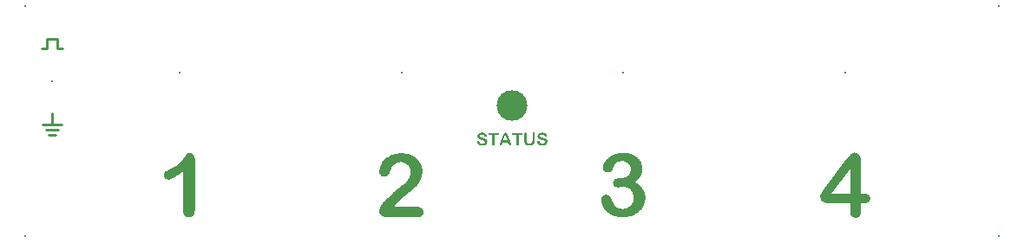
<source format=gts>
G04*
G04 #@! TF.GenerationSoftware,Altium Limited,Altium Designer,22.4.2 (48)*
G04*
G04 Layer_Color=8388736*
%FSLAX25Y25*%
%MOIN*%
G70*
G04*
G04 #@! TF.SameCoordinates,407642F0-E37F-43E1-BC9E-C6ACD67937A9*
G04*
G04*
G04 #@! TF.FilePolarity,Negative*
G04*
G01*
G75*
%ADD10C,0.11811*%
%ADD11C,0.01000*%
%ADD12C,0.00800*%
G36*
X79249Y47859D02*
X79440Y47804D01*
X79686Y47722D01*
X79905Y47586D01*
X80124Y47422D01*
X80342Y47203D01*
X80370Y47176D01*
X80424Y47066D01*
X80506Y46929D01*
X80616Y46711D01*
X80725Y46437D01*
X80807Y46109D01*
X80862Y45754D01*
X80889Y45316D01*
Y26315D01*
Y26288D01*
Y26179D01*
X80862Y26014D01*
Y25796D01*
X80807Y25550D01*
X80780Y25249D01*
X80616Y24647D01*
X80479Y24347D01*
X80342Y24046D01*
X80151Y23745D01*
X79932Y23499D01*
X79659Y23280D01*
X79358Y23116D01*
X79003Y23007D01*
X78592Y22980D01*
X78428D01*
X78237Y23007D01*
X78018Y23062D01*
X77745Y23144D01*
X77499Y23253D01*
X77226Y23417D01*
X76979Y23636D01*
X76952Y23663D01*
X76897Y23773D01*
X76788Y23937D01*
X76679Y24155D01*
X76569Y24429D01*
X76460Y24784D01*
X76405Y25194D01*
X76378Y25659D01*
Y40778D01*
X76323Y40751D01*
X76187Y40641D01*
X75968Y40477D01*
X75694Y40286D01*
X75339Y40040D01*
X74956Y39766D01*
X74546Y39466D01*
X74081Y39165D01*
X73124Y38563D01*
X72660Y38290D01*
X72195Y38044D01*
X71758Y37853D01*
X71347Y37689D01*
X70992Y37579D01*
X70691Y37552D01*
X70582D01*
X70445Y37579D01*
X70281Y37634D01*
X70062Y37689D01*
X69871Y37771D01*
X69652Y37907D01*
X69434Y38099D01*
X69406Y38126D01*
X69352Y38208D01*
X69270Y38317D01*
X69187Y38454D01*
X69078Y38645D01*
X68996Y38864D01*
X68941Y39110D01*
X68914Y39384D01*
Y39411D01*
Y39520D01*
X68941Y39684D01*
X68969Y39849D01*
X69051Y40067D01*
X69133Y40259D01*
X69270Y40450D01*
X69434Y40614D01*
X69461Y40641D01*
X69543Y40696D01*
X69680Y40778D01*
X69871Y40887D01*
X70144Y41051D01*
X70473Y41216D01*
X70855Y41434D01*
X71320Y41653D01*
X71347D01*
X71402Y41708D01*
X71511Y41762D01*
X71648Y41817D01*
X71812Y41899D01*
X72004Y42008D01*
X72468Y42254D01*
X72988Y42555D01*
X73507Y42911D01*
X74027Y43266D01*
X74519Y43649D01*
X74546D01*
X74573Y43703D01*
X74710Y43840D01*
X74956Y44059D01*
X75230Y44332D01*
X75558Y44660D01*
X75941Y45070D01*
X76296Y45508D01*
X76651Y45973D01*
Y46000D01*
X76706Y46027D01*
X76815Y46191D01*
X76952Y46410D01*
X77143Y46656D01*
X77362Y46957D01*
X77553Y47203D01*
X77718Y47422D01*
X77854Y47586D01*
X77882Y47613D01*
X77909Y47640D01*
X77991Y47695D01*
X78100Y47750D01*
X78264Y47804D01*
X78456Y47832D01*
X78675Y47886D01*
X79085D01*
X79249Y47859D01*
D02*
G37*
G36*
X214394Y55659D02*
X214438D01*
X214487Y55653D01*
X214547Y55648D01*
X214667Y55637D01*
X214798Y55615D01*
X214929Y55588D01*
X215055Y55549D01*
X215060D01*
X215071Y55544D01*
X215087Y55538D01*
X215109Y55527D01*
X215169Y55506D01*
X215246Y55473D01*
X215333Y55429D01*
X215420Y55380D01*
X215513Y55320D01*
X215595Y55254D01*
X215606Y55243D01*
X215633Y55222D01*
X215671Y55184D01*
X215715Y55134D01*
X215770Y55080D01*
X215819Y55014D01*
X215868Y54943D01*
X215912Y54867D01*
X215917Y54856D01*
X215928Y54834D01*
X215945Y54790D01*
X215966Y54741D01*
X215983Y54681D01*
X215999Y54616D01*
X216010Y54545D01*
X216016Y54474D01*
Y54468D01*
Y54446D01*
X216010Y54414D01*
X215999Y54370D01*
X215983Y54321D01*
X215961Y54266D01*
X215934Y54212D01*
X215890Y54157D01*
X215884Y54151D01*
X215868Y54135D01*
X215841Y54113D01*
X215803Y54086D01*
X215759Y54059D01*
X215704Y54037D01*
X215644Y54021D01*
X215579Y54015D01*
X215551D01*
X215519Y54021D01*
X215486Y54026D01*
X215442Y54037D01*
X215399Y54048D01*
X215360Y54070D01*
X215322Y54097D01*
X215317Y54102D01*
X215306Y54113D01*
X215289Y54135D01*
X215267Y54168D01*
X215235Y54206D01*
X215207Y54255D01*
X215169Y54310D01*
X215131Y54381D01*
Y54386D01*
X215125Y54392D01*
X215109Y54425D01*
X215082Y54474D01*
X215044Y54539D01*
X214995Y54605D01*
X214940Y54676D01*
X214880Y54747D01*
X214814Y54807D01*
X214803Y54812D01*
X214782Y54834D01*
X214732Y54856D01*
X214672Y54889D01*
X214585Y54916D01*
X214481Y54943D01*
X214361Y54960D01*
X214214Y54965D01*
X214148D01*
X214115Y54960D01*
X214083Y54954D01*
X213995Y54943D01*
X213897Y54921D01*
X213793Y54894D01*
X213690Y54850D01*
X213597Y54796D01*
X213586Y54790D01*
X213559Y54769D01*
X213526Y54730D01*
X213482Y54681D01*
X213438Y54621D01*
X213406Y54556D01*
X213378Y54479D01*
X213367Y54392D01*
Y54386D01*
Y54370D01*
X213373Y54337D01*
X213378Y54304D01*
X213400Y54223D01*
X213417Y54179D01*
X213444Y54135D01*
X213449Y54130D01*
X213460Y54119D01*
X213477Y54097D01*
X213504Y54075D01*
X213531Y54048D01*
X213569Y54015D01*
X213613Y53982D01*
X213662Y53955D01*
X213668Y53949D01*
X213690Y53944D01*
X213717Y53928D01*
X213750Y53911D01*
X213793Y53895D01*
X213842Y53873D01*
X213946Y53835D01*
X213952D01*
X213973Y53829D01*
X214006Y53819D01*
X214061Y53802D01*
X214121Y53786D01*
X214203Y53764D01*
X214301Y53737D01*
X214416Y53709D01*
X214421D01*
X214432Y53704D01*
X214454Y53698D01*
X214487Y53693D01*
X214525Y53682D01*
X214563Y53671D01*
X214667Y53649D01*
X214782Y53616D01*
X214907Y53578D01*
X215038Y53540D01*
X215164Y53496D01*
X215169D01*
X215180Y53491D01*
X215196Y53485D01*
X215218Y53474D01*
X215284Y53453D01*
X215360Y53420D01*
X215448Y53376D01*
X215541Y53327D01*
X215639Y53272D01*
X215726Y53212D01*
X215732D01*
X215737Y53207D01*
X215764Y53185D01*
X215808Y53147D01*
X215863Y53098D01*
X215917Y53038D01*
X215977Y52967D01*
X216037Y52885D01*
X216092Y52792D01*
Y52786D01*
X216097Y52781D01*
X216103Y52765D01*
X216114Y52748D01*
X216136Y52694D01*
X216163Y52623D01*
X216185Y52530D01*
X216207Y52426D01*
X216223Y52306D01*
X216229Y52175D01*
Y52170D01*
Y52153D01*
Y52131D01*
X216223Y52099D01*
Y52060D01*
X216217Y52017D01*
X216212Y51968D01*
X216201Y51907D01*
X216174Y51787D01*
X216130Y51651D01*
X216076Y51514D01*
X215999Y51378D01*
Y51372D01*
X215988Y51362D01*
X215977Y51345D01*
X215955Y51318D01*
X215906Y51258D01*
X215830Y51181D01*
X215737Y51089D01*
X215622Y51001D01*
X215486Y50914D01*
X215333Y50832D01*
X215328D01*
X215311Y50821D01*
X215289Y50815D01*
X215257Y50799D01*
X215213Y50788D01*
X215164Y50772D01*
X215104Y50750D01*
X215038Y50734D01*
X214967Y50717D01*
X214885Y50695D01*
X214803Y50679D01*
X214711Y50668D01*
X214514Y50646D01*
X214296Y50635D01*
X214225D01*
X214176Y50641D01*
X214115Y50646D01*
X214044Y50652D01*
X213963Y50657D01*
X213875Y50668D01*
X213782Y50684D01*
X213690Y50701D01*
X213488Y50750D01*
X213389Y50777D01*
X213291Y50815D01*
X213198Y50854D01*
X213105Y50903D01*
X213100D01*
X213089Y50914D01*
X213073Y50925D01*
X213051Y50941D01*
X212991Y50985D01*
X212914Y51045D01*
X212827Y51116D01*
X212739Y51209D01*
X212647Y51312D01*
X212565Y51427D01*
Y51432D01*
X212554Y51443D01*
X212548Y51460D01*
X212532Y51482D01*
X212516Y51514D01*
X212499Y51547D01*
X212461Y51629D01*
X212423Y51727D01*
X212390Y51831D01*
X212368Y51946D01*
X212357Y52060D01*
Y52066D01*
Y52093D01*
X212363Y52126D01*
X212374Y52164D01*
X212390Y52213D01*
X212412Y52268D01*
X212439Y52317D01*
X212483Y52366D01*
X212488Y52372D01*
X212505Y52388D01*
X212532Y52410D01*
X212570Y52432D01*
X212614Y52454D01*
X212668Y52475D01*
X212729Y52492D01*
X212800Y52497D01*
X212827D01*
X212854Y52492D01*
X212892Y52486D01*
X212931Y52470D01*
X212980Y52454D01*
X213023Y52426D01*
X213062Y52393D01*
X213067Y52388D01*
X213078Y52377D01*
X213100Y52350D01*
X213127Y52322D01*
X213155Y52279D01*
X213187Y52230D01*
X213220Y52170D01*
X213247Y52099D01*
X213253Y52088D01*
X213264Y52060D01*
X213280Y52017D01*
X213307Y51962D01*
X213340Y51902D01*
X213373Y51837D01*
X213411Y51771D01*
X213449Y51711D01*
X213455Y51705D01*
X213471Y51684D01*
X213493Y51656D01*
X213531Y51623D01*
X213569Y51580D01*
X213624Y51536D01*
X213684Y51498D01*
X213755Y51454D01*
X213766Y51449D01*
X213793Y51438D01*
X213831Y51421D01*
X213892Y51405D01*
X213968Y51389D01*
X214055Y51372D01*
X214154Y51362D01*
X214268Y51356D01*
X214312D01*
X214339Y51362D01*
X214377D01*
X214421Y51367D01*
X214520Y51383D01*
X214634Y51405D01*
X214754Y51443D01*
X214869Y51493D01*
X214978Y51558D01*
X214984D01*
X214989Y51569D01*
X215022Y51596D01*
X215066Y51640D01*
X215120Y51700D01*
X215169Y51771D01*
X215213Y51858D01*
X215246Y51957D01*
X215251Y52011D01*
X215257Y52066D01*
Y52071D01*
Y52077D01*
Y52104D01*
X215251Y52153D01*
X215240Y52208D01*
X215218Y52268D01*
X215191Y52333D01*
X215153Y52399D01*
X215104Y52459D01*
X215098Y52464D01*
X215076Y52486D01*
X215044Y52513D01*
X215000Y52546D01*
X214945Y52584D01*
X214880Y52623D01*
X214803Y52656D01*
X214721Y52688D01*
X214711Y52694D01*
X214678Y52705D01*
X214629Y52721D01*
X214558Y52743D01*
X214470Y52765D01*
X214361Y52797D01*
X214241Y52830D01*
X214099Y52863D01*
X214094D01*
X214077Y52868D01*
X214050Y52874D01*
X214012Y52885D01*
X213968Y52896D01*
X213913Y52912D01*
X213859Y52923D01*
X213793Y52945D01*
X213657Y52983D01*
X213509Y53032D01*
X213362Y53087D01*
X213220Y53147D01*
X213214D01*
X213204Y53152D01*
X213187Y53163D01*
X213160Y53180D01*
X213094Y53212D01*
X213018Y53267D01*
X212925Y53327D01*
X212832Y53404D01*
X212739Y53496D01*
X212658Y53595D01*
Y53600D01*
X212647Y53606D01*
X212641Y53622D01*
X212625Y53644D01*
X212609Y53671D01*
X212592Y53709D01*
X212559Y53791D01*
X212521Y53889D01*
X212488Y54010D01*
X212467Y54146D01*
X212456Y54299D01*
Y54304D01*
Y54315D01*
Y54337D01*
X212461Y54365D01*
Y54403D01*
X212467Y54441D01*
X212483Y54539D01*
X212510Y54654D01*
X212548Y54774D01*
X212603Y54894D01*
X212674Y55014D01*
Y55020D01*
X212685Y55031D01*
X212696Y55041D01*
X212712Y55063D01*
X212767Y55123D01*
X212838Y55189D01*
X212925Y55271D01*
X213034Y55347D01*
X213160Y55424D01*
X213307Y55495D01*
X213313D01*
X213324Y55500D01*
X213351Y55511D01*
X213384Y55522D01*
X213422Y55533D01*
X213466Y55549D01*
X213520Y55566D01*
X213586Y55582D01*
X213651Y55593D01*
X213728Y55609D01*
X213810Y55626D01*
X213892Y55637D01*
X214077Y55659D01*
X214279Y55664D01*
X214356D01*
X214394Y55659D01*
D02*
G37*
G36*
X191320D02*
X191364D01*
X191413Y55653D01*
X191473Y55648D01*
X191593Y55637D01*
X191724Y55615D01*
X191855Y55588D01*
X191981Y55549D01*
X191986D01*
X191997Y55544D01*
X192013Y55538D01*
X192035Y55527D01*
X192095Y55506D01*
X192172Y55473D01*
X192259Y55429D01*
X192346Y55380D01*
X192439Y55320D01*
X192521Y55254D01*
X192532Y55243D01*
X192559Y55222D01*
X192598Y55184D01*
X192641Y55134D01*
X192696Y55080D01*
X192745Y55014D01*
X192794Y54943D01*
X192838Y54867D01*
X192843Y54856D01*
X192854Y54834D01*
X192871Y54790D01*
X192892Y54741D01*
X192909Y54681D01*
X192925Y54616D01*
X192936Y54545D01*
X192942Y54474D01*
Y54468D01*
Y54446D01*
X192936Y54414D01*
X192925Y54370D01*
X192909Y54321D01*
X192887Y54266D01*
X192860Y54212D01*
X192816Y54157D01*
X192810Y54151D01*
X192794Y54135D01*
X192767Y54113D01*
X192729Y54086D01*
X192685Y54059D01*
X192630Y54037D01*
X192570Y54021D01*
X192505Y54015D01*
X192477D01*
X192445Y54021D01*
X192412Y54026D01*
X192368Y54037D01*
X192325Y54048D01*
X192286Y54070D01*
X192248Y54097D01*
X192243Y54102D01*
X192232Y54113D01*
X192215Y54135D01*
X192193Y54168D01*
X192161Y54206D01*
X192133Y54255D01*
X192095Y54310D01*
X192057Y54381D01*
Y54386D01*
X192052Y54392D01*
X192035Y54425D01*
X192008Y54474D01*
X191970Y54539D01*
X191920Y54605D01*
X191866Y54676D01*
X191806Y54747D01*
X191740Y54807D01*
X191729Y54812D01*
X191708Y54834D01*
X191658Y54856D01*
X191598Y54889D01*
X191511Y54916D01*
X191407Y54943D01*
X191287Y54960D01*
X191140Y54965D01*
X191074D01*
X191042Y54960D01*
X191009Y54954D01*
X190921Y54943D01*
X190823Y54921D01*
X190719Y54894D01*
X190616Y54850D01*
X190523Y54796D01*
X190512Y54790D01*
X190484Y54769D01*
X190452Y54730D01*
X190408Y54681D01*
X190364Y54621D01*
X190332Y54556D01*
X190304Y54479D01*
X190294Y54392D01*
Y54386D01*
Y54370D01*
X190299Y54337D01*
X190304Y54304D01*
X190326Y54223D01*
X190343Y54179D01*
X190370Y54135D01*
X190375Y54130D01*
X190386Y54119D01*
X190403Y54097D01*
X190430Y54075D01*
X190457Y54048D01*
X190496Y54015D01*
X190539Y53982D01*
X190588Y53955D01*
X190594Y53949D01*
X190616Y53944D01*
X190643Y53928D01*
X190676Y53911D01*
X190719Y53895D01*
X190769Y53873D01*
X190872Y53835D01*
X190878D01*
X190900Y53829D01*
X190932Y53819D01*
X190987Y53802D01*
X191047Y53786D01*
X191129Y53764D01*
X191227Y53737D01*
X191342Y53709D01*
X191347D01*
X191358Y53704D01*
X191380Y53698D01*
X191413Y53693D01*
X191451Y53682D01*
X191489Y53671D01*
X191593Y53649D01*
X191708Y53616D01*
X191833Y53578D01*
X191964Y53540D01*
X192090Y53496D01*
X192095D01*
X192106Y53491D01*
X192123Y53485D01*
X192144Y53474D01*
X192210Y53453D01*
X192286Y53420D01*
X192374Y53376D01*
X192466Y53327D01*
X192565Y53272D01*
X192652Y53212D01*
X192658D01*
X192663Y53207D01*
X192690Y53185D01*
X192734Y53147D01*
X192789Y53098D01*
X192843Y53038D01*
X192903Y52967D01*
X192963Y52885D01*
X193018Y52792D01*
Y52786D01*
X193024Y52781D01*
X193029Y52765D01*
X193040Y52748D01*
X193062Y52694D01*
X193089Y52623D01*
X193111Y52530D01*
X193133Y52426D01*
X193149Y52306D01*
X193155Y52175D01*
Y52170D01*
Y52153D01*
Y52131D01*
X193149Y52099D01*
Y52060D01*
X193144Y52017D01*
X193138Y51968D01*
X193127Y51907D01*
X193100Y51787D01*
X193056Y51651D01*
X193002Y51514D01*
X192925Y51378D01*
Y51372D01*
X192914Y51362D01*
X192903Y51345D01*
X192882Y51318D01*
X192832Y51258D01*
X192756Y51181D01*
X192663Y51089D01*
X192548Y51001D01*
X192412Y50914D01*
X192259Y50832D01*
X192254D01*
X192237Y50821D01*
X192215Y50815D01*
X192183Y50799D01*
X192139Y50788D01*
X192090Y50772D01*
X192030Y50750D01*
X191964Y50734D01*
X191893Y50717D01*
X191811Y50695D01*
X191729Y50679D01*
X191637Y50668D01*
X191440Y50646D01*
X191222Y50635D01*
X191151D01*
X191102Y50641D01*
X191042Y50646D01*
X190971Y50652D01*
X190889Y50657D01*
X190801Y50668D01*
X190708Y50684D01*
X190616Y50701D01*
X190414Y50750D01*
X190315Y50777D01*
X190217Y50815D01*
X190124Y50854D01*
X190031Y50903D01*
X190026D01*
X190015Y50914D01*
X189999Y50925D01*
X189977Y50941D01*
X189917Y50985D01*
X189840Y51045D01*
X189753Y51116D01*
X189666Y51209D01*
X189573Y51312D01*
X189491Y51427D01*
Y51432D01*
X189480Y51443D01*
X189474Y51460D01*
X189458Y51482D01*
X189442Y51514D01*
X189425Y51547D01*
X189387Y51629D01*
X189349Y51727D01*
X189316Y51831D01*
X189294Y51946D01*
X189283Y52060D01*
Y52066D01*
Y52093D01*
X189289Y52126D01*
X189300Y52164D01*
X189316Y52213D01*
X189338Y52268D01*
X189365Y52317D01*
X189409Y52366D01*
X189414Y52372D01*
X189431Y52388D01*
X189458Y52410D01*
X189496Y52432D01*
X189540Y52454D01*
X189595Y52475D01*
X189655Y52492D01*
X189726Y52497D01*
X189753D01*
X189780Y52492D01*
X189818Y52486D01*
X189857Y52470D01*
X189906Y52454D01*
X189950Y52426D01*
X189988Y52393D01*
X189993Y52388D01*
X190004Y52377D01*
X190026Y52350D01*
X190053Y52322D01*
X190080Y52279D01*
X190113Y52230D01*
X190146Y52170D01*
X190173Y52099D01*
X190179Y52088D01*
X190190Y52060D01*
X190206Y52017D01*
X190233Y51962D01*
X190266Y51902D01*
X190299Y51837D01*
X190337Y51771D01*
X190375Y51711D01*
X190381Y51705D01*
X190397Y51684D01*
X190419Y51656D01*
X190457Y51623D01*
X190496Y51580D01*
X190550Y51536D01*
X190610Y51498D01*
X190681Y51454D01*
X190692Y51449D01*
X190719Y51438D01*
X190758Y51421D01*
X190818Y51405D01*
X190894Y51389D01*
X190981Y51372D01*
X191080Y51362D01*
X191194Y51356D01*
X191238D01*
X191265Y51362D01*
X191304D01*
X191347Y51367D01*
X191446Y51383D01*
X191560Y51405D01*
X191680Y51443D01*
X191795Y51493D01*
X191904Y51558D01*
X191910D01*
X191915Y51569D01*
X191948Y51596D01*
X191991Y51640D01*
X192046Y51700D01*
X192095Y51771D01*
X192139Y51858D01*
X192172Y51957D01*
X192177Y52011D01*
X192183Y52066D01*
Y52071D01*
Y52077D01*
Y52104D01*
X192177Y52153D01*
X192166Y52208D01*
X192144Y52268D01*
X192117Y52333D01*
X192079Y52399D01*
X192030Y52459D01*
X192024Y52464D01*
X192002Y52486D01*
X191970Y52513D01*
X191926Y52546D01*
X191871Y52584D01*
X191806Y52623D01*
X191729Y52656D01*
X191648Y52688D01*
X191637Y52694D01*
X191604Y52705D01*
X191555Y52721D01*
X191484Y52743D01*
X191396Y52765D01*
X191287Y52797D01*
X191167Y52830D01*
X191025Y52863D01*
X191020D01*
X191003Y52868D01*
X190976Y52874D01*
X190938Y52885D01*
X190894Y52896D01*
X190840Y52912D01*
X190785Y52923D01*
X190719Y52945D01*
X190583Y52983D01*
X190435Y53032D01*
X190288Y53087D01*
X190146Y53147D01*
X190141D01*
X190130Y53152D01*
X190113Y53163D01*
X190086Y53180D01*
X190021Y53212D01*
X189944Y53267D01*
X189851Y53327D01*
X189758Y53404D01*
X189666Y53496D01*
X189584Y53595D01*
Y53600D01*
X189573Y53606D01*
X189567Y53622D01*
X189551Y53644D01*
X189534Y53671D01*
X189518Y53709D01*
X189485Y53791D01*
X189447Y53889D01*
X189414Y54010D01*
X189393Y54146D01*
X189382Y54299D01*
Y54304D01*
Y54315D01*
Y54337D01*
X189387Y54365D01*
Y54403D01*
X189393Y54441D01*
X189409Y54539D01*
X189436Y54654D01*
X189474Y54774D01*
X189529Y54894D01*
X189600Y55014D01*
Y55020D01*
X189611Y55031D01*
X189622Y55041D01*
X189638Y55063D01*
X189693Y55123D01*
X189764Y55189D01*
X189851Y55271D01*
X189960Y55347D01*
X190086Y55424D01*
X190233Y55495D01*
X190239D01*
X190250Y55500D01*
X190277Y55511D01*
X190310Y55522D01*
X190348Y55533D01*
X190392Y55549D01*
X190446Y55566D01*
X190512Y55582D01*
X190577Y55593D01*
X190654Y55609D01*
X190736Y55626D01*
X190818Y55637D01*
X191003Y55659D01*
X191205Y55664D01*
X191282D01*
X191320Y55659D01*
D02*
G37*
G36*
X211047D02*
X211096Y55648D01*
X211151Y55626D01*
X211211Y55598D01*
X211271Y55560D01*
X211325Y55511D01*
X211331Y55506D01*
X211347Y55484D01*
X211369Y55451D01*
X211396Y55402D01*
X211424Y55336D01*
X211445Y55260D01*
X211462Y55167D01*
X211467Y55063D01*
Y52727D01*
Y52721D01*
Y52699D01*
Y52672D01*
Y52634D01*
X211462Y52584D01*
Y52524D01*
X211456Y52459D01*
X211451Y52393D01*
X211440Y52241D01*
X211418Y52082D01*
X211391Y51924D01*
X211353Y51771D01*
Y51766D01*
X211347Y51755D01*
X211342Y51733D01*
X211331Y51705D01*
X211320Y51673D01*
X211303Y51635D01*
X211260Y51547D01*
X211205Y51438D01*
X211134Y51329D01*
X211041Y51214D01*
X210938Y51105D01*
X210932D01*
X210927Y51094D01*
X210910Y51083D01*
X210889Y51067D01*
X210834Y51023D01*
X210757Y50968D01*
X210670Y50908D01*
X210561Y50848D01*
X210446Y50794D01*
X210315Y50744D01*
X210310D01*
X210299Y50739D01*
X210282Y50734D01*
X210255Y50728D01*
X210222Y50717D01*
X210179Y50712D01*
X210135Y50701D01*
X210081Y50690D01*
X210026Y50679D01*
X209960Y50668D01*
X209824Y50652D01*
X209665Y50641D01*
X209496Y50635D01*
X209403D01*
X209354Y50641D01*
X209300D01*
X209234Y50646D01*
X209169Y50652D01*
X209016Y50663D01*
X208857Y50684D01*
X208694Y50717D01*
X208535Y50755D01*
X208530D01*
X208519Y50761D01*
X208497Y50766D01*
X208470Y50777D01*
X208432Y50794D01*
X208393Y50805D01*
X208300Y50848D01*
X208197Y50897D01*
X208088Y50963D01*
X207978Y51039D01*
X207875Y51127D01*
X207869Y51132D01*
X207864Y51138D01*
X207853Y51154D01*
X207831Y51176D01*
X207787Y51230D01*
X207733Y51307D01*
X207673Y51400D01*
X207607Y51509D01*
X207547Y51635D01*
X207498Y51776D01*
Y51782D01*
X207492Y51793D01*
X207487Y51815D01*
X207482Y51847D01*
X207471Y51886D01*
X207460Y51929D01*
X207449Y51984D01*
X207443Y52044D01*
X207432Y52109D01*
X207421Y52186D01*
X207411Y52262D01*
X207400Y52344D01*
X207389Y52530D01*
X207383Y52727D01*
Y55063D01*
Y55069D01*
Y55074D01*
Y55091D01*
Y55112D01*
X207389Y55167D01*
X207400Y55233D01*
X207416Y55304D01*
X207438Y55380D01*
X207471Y55451D01*
X207514Y55511D01*
X207520Y55516D01*
X207542Y55533D01*
X207569Y55560D01*
X207613Y55588D01*
X207662Y55615D01*
X207722Y55642D01*
X207793Y55659D01*
X207869Y55664D01*
X207907D01*
X207946Y55659D01*
X208000Y55648D01*
X208055Y55626D01*
X208115Y55598D01*
X208175Y55560D01*
X208230Y55511D01*
X208235Y55506D01*
X208251Y55484D01*
X208273Y55451D01*
X208300Y55402D01*
X208322Y55336D01*
X208344Y55260D01*
X208361Y55167D01*
X208366Y55063D01*
Y52672D01*
Y52666D01*
Y52656D01*
Y52634D01*
Y52606D01*
X208371Y52568D01*
Y52530D01*
X208377Y52432D01*
X208388Y52328D01*
X208404Y52213D01*
X208426Y52099D01*
X208453Y51989D01*
Y51984D01*
X208459Y51978D01*
X208470Y51946D01*
X208497Y51897D01*
X208530Y51837D01*
X208574Y51766D01*
X208628Y51695D01*
X208694Y51623D01*
X208776Y51564D01*
X208781D01*
X208787Y51558D01*
X208819Y51542D01*
X208874Y51514D01*
X208945Y51493D01*
X209038Y51465D01*
X209147Y51438D01*
X209278Y51421D01*
X209425Y51416D01*
X209480D01*
X209518Y51421D01*
X209567Y51427D01*
X209622Y51432D01*
X209682Y51443D01*
X209747Y51454D01*
X209878Y51493D01*
X210015Y51547D01*
X210081Y51580D01*
X210140Y51623D01*
X210195Y51667D01*
X210244Y51722D01*
X210250Y51727D01*
X210255Y51738D01*
X210266Y51755D01*
X210282Y51782D01*
X210299Y51809D01*
X210321Y51853D01*
X210343Y51897D01*
X210364Y51951D01*
X210386Y52017D01*
X210408Y52082D01*
X210430Y52159D01*
X210446Y52241D01*
X210463Y52333D01*
X210474Y52432D01*
X210485Y52535D01*
Y52650D01*
Y55063D01*
Y55069D01*
Y55074D01*
Y55091D01*
Y55112D01*
X210490Y55167D01*
X210501Y55233D01*
X210517Y55304D01*
X210539Y55380D01*
X210572Y55451D01*
X210616Y55511D01*
X210621Y55516D01*
X210637Y55533D01*
X210670Y55560D01*
X210708Y55588D01*
X210757Y55615D01*
X210823Y55642D01*
X210889Y55659D01*
X210970Y55664D01*
X211009D01*
X211047Y55659D01*
D02*
G37*
G36*
X206368Y55571D02*
X206422Y55560D01*
X206488Y55549D01*
X206548Y55527D01*
X206608Y55500D01*
X206663Y55462D01*
X206668Y55457D01*
X206684Y55440D01*
X206701Y55418D01*
X206728Y55380D01*
X206750Y55342D01*
X206766Y55287D01*
X206783Y55233D01*
X206788Y55167D01*
Y55162D01*
Y55134D01*
X206783Y55102D01*
X206772Y55063D01*
X206755Y55014D01*
X206733Y54965D01*
X206701Y54916D01*
X206657Y54872D01*
X206652Y54867D01*
X206635Y54856D01*
X206603Y54839D01*
X206564Y54818D01*
X206510Y54796D01*
X206444Y54779D01*
X206368Y54769D01*
X206280Y54763D01*
X205210D01*
Y51230D01*
Y51225D01*
Y51219D01*
Y51203D01*
Y51181D01*
X205205Y51127D01*
X205194Y51061D01*
X205177Y50990D01*
X205150Y50914D01*
X205117Y50843D01*
X205074Y50783D01*
X205068Y50777D01*
X205052Y50761D01*
X205019Y50734D01*
X204981Y50712D01*
X204926Y50684D01*
X204866Y50657D01*
X204795Y50641D01*
X204719Y50635D01*
X204680D01*
X204642Y50641D01*
X204593Y50652D01*
X204539Y50674D01*
X204479Y50695D01*
X204418Y50734D01*
X204364Y50783D01*
X204358Y50788D01*
X204342Y50810D01*
X204320Y50843D01*
X204298Y50892D01*
X204271Y50957D01*
X204249Y51034D01*
X204233Y51127D01*
X204227Y51230D01*
Y54763D01*
X203108D01*
X203064Y54769D01*
X203010Y54779D01*
X202950Y54790D01*
X202890Y54807D01*
X202830Y54834D01*
X202775Y54872D01*
X202770Y54878D01*
X202759Y54894D01*
X202737Y54916D01*
X202715Y54949D01*
X202693Y54992D01*
X202671Y55041D01*
X202660Y55102D01*
X202655Y55167D01*
Y55178D01*
Y55200D01*
X202660Y55233D01*
X202671Y55276D01*
X202688Y55320D01*
X202710Y55369D01*
X202737Y55418D01*
X202781Y55462D01*
X202786Y55467D01*
X202802Y55478D01*
X202835Y55500D01*
X202873Y55522D01*
X202928Y55538D01*
X202988Y55560D01*
X203064Y55571D01*
X203152Y55577D01*
X206324D01*
X206368Y55571D01*
D02*
G37*
G36*
X200192Y55659D02*
X200242Y55653D01*
X200296Y55642D01*
X200356Y55631D01*
X200411Y55609D01*
X200465Y55582D01*
X200471Y55577D01*
X200487Y55566D01*
X200515Y55549D01*
X200542Y55527D01*
X200580Y55500D01*
X200613Y55467D01*
X200684Y55380D01*
X200689Y55375D01*
X200700Y55358D01*
X200717Y55336D01*
X200733Y55304D01*
X200755Y55265D01*
X200782Y55222D01*
X200826Y55118D01*
X200831Y55112D01*
X200837Y55091D01*
X200848Y55063D01*
X200869Y55020D01*
X200891Y54965D01*
X200913Y54900D01*
X200946Y54823D01*
X200979Y54741D01*
X202245Y51607D01*
Y51602D01*
X202251Y51591D01*
X202262Y51574D01*
X202267Y51547D01*
X202294Y51487D01*
X202322Y51405D01*
X202349Y51323D01*
X202376Y51236D01*
X202393Y51154D01*
X202398Y51083D01*
Y51078D01*
Y51056D01*
X202393Y51023D01*
X202382Y50979D01*
X202365Y50930D01*
X202338Y50881D01*
X202305Y50826D01*
X202256Y50772D01*
X202251Y50766D01*
X202229Y50750D01*
X202202Y50728D01*
X202158Y50706D01*
X202109Y50679D01*
X202049Y50657D01*
X201983Y50641D01*
X201912Y50635D01*
X201874D01*
X201847Y50641D01*
X201781Y50652D01*
X201716Y50679D01*
X201710D01*
X201705Y50684D01*
X201667Y50706D01*
X201623Y50739D01*
X201574Y50788D01*
Y50794D01*
X201563Y50799D01*
X201552Y50821D01*
X201541Y50843D01*
X201519Y50876D01*
X201503Y50908D01*
X201476Y50957D01*
X201454Y51007D01*
Y51012D01*
X201443Y51034D01*
X201432Y51061D01*
X201415Y51094D01*
X201383Y51181D01*
X201344Y51269D01*
X201110Y51880D01*
X199133D01*
X198904Y51252D01*
Y51247D01*
X198898Y51236D01*
X198893Y51219D01*
X198882Y51192D01*
X198855Y51132D01*
X198822Y51056D01*
X198789Y50974D01*
X198746Y50892D01*
X198707Y50821D01*
X198686Y50788D01*
X198669Y50761D01*
X198664Y50755D01*
X198653Y50739D01*
X198631Y50723D01*
X198598Y50701D01*
X198554Y50674D01*
X198500Y50657D01*
X198434Y50641D01*
X198358Y50635D01*
X198325D01*
X198292Y50641D01*
X198249Y50652D01*
X198194Y50668D01*
X198140Y50690D01*
X198085Y50723D01*
X198030Y50766D01*
X198025Y50772D01*
X198008Y50788D01*
X197987Y50821D01*
X197959Y50859D01*
X197932Y50903D01*
X197910Y50957D01*
X197894Y51012D01*
X197888Y51078D01*
Y51083D01*
Y51094D01*
Y51116D01*
X197894Y51138D01*
X197905Y51203D01*
X197921Y51280D01*
Y51285D01*
X197926Y51301D01*
X197937Y51323D01*
X197948Y51356D01*
X197965Y51400D01*
X197981Y51454D01*
X198003Y51514D01*
X198030Y51580D01*
X199270Y54736D01*
Y54741D01*
X199281Y54758D01*
X199292Y54790D01*
X199308Y54829D01*
X199324Y54878D01*
X199346Y54932D01*
X199368Y54992D01*
X199395Y55063D01*
X199401Y55074D01*
X199406Y55096D01*
X199423Y55129D01*
X199444Y55172D01*
X199466Y55227D01*
X199494Y55276D01*
X199521Y55331D01*
X199554Y55380D01*
X199559Y55386D01*
X199570Y55402D01*
X199586Y55424D01*
X199614Y55451D01*
X199646Y55484D01*
X199685Y55516D01*
X199728Y55549D01*
X199777Y55582D01*
X199783Y55588D01*
X199805Y55593D01*
X199832Y55609D01*
X199876Y55626D01*
X199925Y55637D01*
X199985Y55653D01*
X200050Y55659D01*
X200121Y55664D01*
X200154D01*
X200192Y55659D01*
D02*
G37*
G36*
X197233Y55571D02*
X197288Y55560D01*
X197353Y55549D01*
X197413Y55527D01*
X197473Y55500D01*
X197528Y55462D01*
X197533Y55457D01*
X197550Y55440D01*
X197566Y55418D01*
X197593Y55380D01*
X197615Y55342D01*
X197632Y55287D01*
X197648Y55233D01*
X197653Y55167D01*
Y55162D01*
Y55134D01*
X197648Y55102D01*
X197637Y55063D01*
X197621Y55014D01*
X197599Y54965D01*
X197566Y54916D01*
X197522Y54872D01*
X197517Y54867D01*
X197501Y54856D01*
X197468Y54839D01*
X197430Y54818D01*
X197375Y54796D01*
X197310Y54779D01*
X197233Y54769D01*
X197146Y54763D01*
X196076D01*
Y51230D01*
Y51225D01*
Y51219D01*
Y51203D01*
Y51181D01*
X196070Y51127D01*
X196059Y51061D01*
X196043Y50990D01*
X196016Y50914D01*
X195983Y50843D01*
X195939Y50783D01*
X195934Y50777D01*
X195917Y50761D01*
X195885Y50734D01*
X195846Y50712D01*
X195792Y50684D01*
X195732Y50657D01*
X195661Y50641D01*
X195584Y50635D01*
X195546D01*
X195508Y50641D01*
X195459Y50652D01*
X195404Y50674D01*
X195344Y50695D01*
X195284Y50734D01*
X195229Y50783D01*
X195224Y50788D01*
X195207Y50810D01*
X195186Y50843D01*
X195164Y50892D01*
X195136Y50957D01*
X195115Y51034D01*
X195098Y51127D01*
X195093Y51230D01*
Y54763D01*
X193974D01*
X193930Y54769D01*
X193875Y54779D01*
X193815Y54790D01*
X193755Y54807D01*
X193695Y54834D01*
X193640Y54872D01*
X193635Y54878D01*
X193624Y54894D01*
X193602Y54916D01*
X193580Y54949D01*
X193559Y54992D01*
X193537Y55041D01*
X193526Y55102D01*
X193520Y55167D01*
Y55178D01*
Y55200D01*
X193526Y55233D01*
X193537Y55276D01*
X193553Y55320D01*
X193575Y55369D01*
X193602Y55418D01*
X193646Y55462D01*
X193651Y55467D01*
X193668Y55478D01*
X193701Y55500D01*
X193739Y55522D01*
X193793Y55538D01*
X193853Y55560D01*
X193930Y55571D01*
X194017Y55577D01*
X197189D01*
X197233Y55571D01*
D02*
G37*
G36*
X334383Y47941D02*
X334547Y47914D01*
X334739Y47886D01*
X334930Y47804D01*
X335176Y47722D01*
X335422Y47613D01*
X335641Y47449D01*
X335887Y47258D01*
X336078Y47039D01*
X336297Y46738D01*
X336434Y46410D01*
X336570Y46027D01*
X336652Y45590D01*
X336680Y45070D01*
Y32221D01*
X337609D01*
X337828Y32193D01*
X338129Y32166D01*
X338429Y32139D01*
X338785Y32084D01*
X339113Y31975D01*
X339414Y31865D01*
X339441Y31838D01*
X339550Y31783D01*
X339660Y31701D01*
X339824Y31537D01*
X339961Y31346D01*
X340097Y31072D01*
X340179Y30744D01*
X340207Y30334D01*
Y30279D01*
Y30170D01*
X340179Y30006D01*
X340125Y29815D01*
X340042Y29569D01*
X339933Y29350D01*
X339796Y29131D01*
X339578Y28940D01*
X339550Y28912D01*
X339468Y28885D01*
X339304Y28803D01*
X339113Y28721D01*
X338840Y28639D01*
X338511Y28584D01*
X338129Y28530D01*
X337691Y28502D01*
X336680D01*
Y25413D01*
Y25386D01*
Y25358D01*
Y25194D01*
X336652Y24975D01*
X336598Y24702D01*
X336543Y24374D01*
X336434Y24073D01*
X336297Y23773D01*
X336106Y23499D01*
X336078Y23472D01*
X335996Y23417D01*
X335887Y23308D01*
X335696Y23198D01*
X335477Y23089D01*
X335231Y22980D01*
X334930Y22925D01*
X334602Y22898D01*
X334438D01*
X334274Y22925D01*
X334055Y22980D01*
X333809Y23062D01*
X333563Y23171D01*
X333290Y23308D01*
X333071Y23527D01*
X333044Y23554D01*
X332989Y23636D01*
X332907Y23800D01*
X332797Y23991D01*
X332688Y24265D01*
X332606Y24593D01*
X332551Y24975D01*
X332524Y25413D01*
Y28502D01*
X323939D01*
X323639Y28530D01*
X323283Y28584D01*
X322900Y28666D01*
X322518Y28803D01*
X322135Y28967D01*
X321807Y29213D01*
X321779Y29241D01*
X321697Y29350D01*
X321561Y29514D01*
X321424Y29733D01*
X321260Y30006D01*
X321151Y30334D01*
X321041Y30717D01*
X321014Y31154D01*
Y31182D01*
Y31209D01*
X321041Y31346D01*
X321069Y31537D01*
X321123Y31783D01*
Y31811D01*
X321151Y31838D01*
X321233Y32002D01*
X321342Y32221D01*
X321479Y32467D01*
Y32494D01*
X321533Y32521D01*
X321643Y32685D01*
X321779Y32904D01*
X321971Y33150D01*
Y33178D01*
X322025Y33205D01*
X322135Y33369D01*
X322326Y33642D01*
X322572Y33970D01*
X331376Y45754D01*
X331403Y45809D01*
X331512Y45945D01*
X331677Y46137D01*
X331895Y46383D01*
X332333Y46929D01*
X332579Y47203D01*
X332797Y47422D01*
X332825Y47449D01*
X332907Y47504D01*
X333016Y47586D01*
X333180Y47695D01*
X333372Y47804D01*
X333618Y47886D01*
X333864Y47941D01*
X334137Y47969D01*
X334246D01*
X334383Y47941D01*
D02*
G37*
G36*
X246058Y47845D02*
X246468Y47818D01*
X246905Y47763D01*
X247397Y47681D01*
X247917Y47572D01*
X248409Y47408D01*
X248436D01*
X248463Y47381D01*
X248627Y47326D01*
X248873Y47217D01*
X249202Y47080D01*
X249557Y46916D01*
X249940Y46670D01*
X250323Y46424D01*
X250705Y46123D01*
X250760Y46096D01*
X250869Y45986D01*
X251033Y45795D01*
X251252Y45576D01*
X251498Y45303D01*
X251744Y44975D01*
X251990Y44619D01*
X252182Y44209D01*
X252209Y44155D01*
X252264Y44018D01*
X252346Y43799D01*
X252428Y43498D01*
X252510Y43143D01*
X252592Y42760D01*
X252646Y42323D01*
X252674Y41858D01*
Y41831D01*
Y41776D01*
Y41694D01*
Y41585D01*
X252646Y41256D01*
X252592Y40874D01*
X252510Y40436D01*
X252373Y39944D01*
X252209Y39452D01*
X251963Y38987D01*
X251936Y38933D01*
X251826Y38796D01*
X251662Y38550D01*
X251444Y38249D01*
X251143Y37921D01*
X250787Y37511D01*
X250377Y37101D01*
X249912Y36691D01*
X249940D01*
X249967Y36663D01*
X250131Y36554D01*
X250377Y36417D01*
X250678Y36226D01*
X251006Y35980D01*
X251361Y35706D01*
X251717Y35406D01*
X252072Y35078D01*
X252100Y35050D01*
X252209Y34914D01*
X252373Y34750D01*
X252592Y34503D01*
X252783Y34203D01*
X253029Y33875D01*
X253221Y33519D01*
X253412Y33109D01*
X253439Y33055D01*
X253494Y32918D01*
X253549Y32699D01*
X253658Y32398D01*
X253740Y32043D01*
X253795Y31660D01*
X253849Y31223D01*
X253877Y30758D01*
Y30731D01*
Y30703D01*
Y30621D01*
Y30512D01*
X253849Y30211D01*
X253795Y29828D01*
X253713Y29391D01*
X253603Y28899D01*
X253467Y28379D01*
X253248Y27832D01*
Y27805D01*
X253221Y27778D01*
X253193Y27696D01*
X253139Y27586D01*
X253002Y27340D01*
X252811Y26985D01*
X252537Y26602D01*
X252236Y26192D01*
X251881Y25755D01*
X251471Y25317D01*
X251416Y25263D01*
X251252Y25126D01*
X251006Y24935D01*
X250678Y24689D01*
X250268Y24415D01*
X249803Y24142D01*
X249256Y23841D01*
X248682Y23595D01*
X248655D01*
X248600Y23568D01*
X248518Y23540D01*
X248409Y23513D01*
X248245Y23458D01*
X248081Y23404D01*
X247643Y23294D01*
X247096Y23185D01*
X246495Y23075D01*
X245812Y23021D01*
X245101Y22993D01*
X244773D01*
X244581Y23021D01*
X244390D01*
X243898Y23075D01*
X243351Y23157D01*
X242749Y23294D01*
X242121Y23458D01*
X241519Y23704D01*
X241492D01*
X241464Y23731D01*
X241382Y23786D01*
X241273Y23841D01*
X240972Y23978D01*
X240617Y24196D01*
X240207Y24442D01*
X239769Y24743D01*
X239332Y25099D01*
X238922Y25481D01*
X238867Y25536D01*
X238758Y25673D01*
X238566Y25891D01*
X238348Y26165D01*
X238102Y26493D01*
X237856Y26876D01*
X237610Y27258D01*
X237391Y27696D01*
X237363Y27751D01*
X237309Y27887D01*
X237227Y28106D01*
X237145Y28352D01*
X237035Y28653D01*
X236953Y28981D01*
X236899Y29282D01*
X236871Y29582D01*
Y29637D01*
Y29746D01*
X236899Y29910D01*
X236953Y30129D01*
X237008Y30375D01*
X237117Y30621D01*
X237281Y30895D01*
X237473Y31113D01*
X237500Y31141D01*
X237582Y31195D01*
X237719Y31305D01*
X237910Y31414D01*
X238129Y31523D01*
X238402Y31633D01*
X238703Y31688D01*
X239058Y31715D01*
X239223D01*
X239332Y31688D01*
X239633Y31605D01*
X239933Y31441D01*
X239961D01*
X240015Y31387D01*
X240179Y31250D01*
X240371Y31059D01*
X240453Y30922D01*
X240508Y30785D01*
Y30758D01*
X240535Y30676D01*
X240589Y30567D01*
X240671Y30402D01*
X240754Y30211D01*
X240836Y29992D01*
X241082Y29500D01*
X241355Y28953D01*
X241656Y28379D01*
X242011Y27832D01*
X242175Y27586D01*
X242367Y27368D01*
X242421Y27313D01*
X242558Y27204D01*
X242777Y27012D01*
X243077Y26821D01*
X243488Y26602D01*
X243952Y26411D01*
X244499Y26302D01*
X245128Y26247D01*
X245319D01*
X245511Y26274D01*
X245757Y26302D01*
X246085Y26356D01*
X246413Y26466D01*
X246768Y26575D01*
X247124Y26739D01*
X247179Y26766D01*
X247288Y26848D01*
X247452Y26958D01*
X247671Y27122D01*
X247944Y27340D01*
X248190Y27586D01*
X248463Y27887D01*
X248710Y28243D01*
X248737Y28297D01*
X248819Y28434D01*
X248901Y28625D01*
X249038Y28926D01*
X249147Y29254D01*
X249229Y29664D01*
X249311Y30102D01*
X249338Y30567D01*
Y30594D01*
Y30649D01*
Y30758D01*
X249311Y30895D01*
Y31059D01*
X249284Y31250D01*
X249202Y31688D01*
X249092Y32152D01*
X248901Y32672D01*
X248627Y33164D01*
X248272Y33601D01*
X248217Y33656D01*
X248081Y33765D01*
X247835Y33957D01*
X247506Y34175D01*
X247096Y34367D01*
X246577Y34558D01*
X245975Y34668D01*
X245319Y34722D01*
X245046D01*
X244909Y34695D01*
X244718D01*
X244499Y34668D01*
X244253Y34640D01*
X244144D01*
X244034Y34613D01*
X243898D01*
X243597Y34585D01*
X243242D01*
X243077Y34613D01*
X242859Y34640D01*
X242640Y34695D01*
X242394Y34777D01*
X242175Y34886D01*
X241956Y35023D01*
X241929Y35050D01*
X241875Y35105D01*
X241792Y35214D01*
X241710Y35351D01*
X241628Y35542D01*
X241546Y35761D01*
X241492Y36007D01*
X241464Y36308D01*
Y36335D01*
Y36445D01*
X241492Y36581D01*
X241546Y36773D01*
X241601Y36964D01*
X241710Y37183D01*
X241875Y37402D01*
X242066Y37593D01*
X242093Y37620D01*
X242175Y37675D01*
X242312Y37757D01*
X242503Y37839D01*
X242777Y37921D01*
X243077Y38003D01*
X243433Y38058D01*
X243843Y38085D01*
X244663D01*
X244773Y38112D01*
X245073Y38140D01*
X245429Y38194D01*
X245839Y38304D01*
X246276Y38468D01*
X246714Y38659D01*
X247151Y38960D01*
X247206Y39015D01*
X247315Y39124D01*
X247506Y39343D01*
X247725Y39616D01*
X247917Y39999D01*
X248108Y40436D01*
X248217Y40956D01*
X248272Y41557D01*
Y41585D01*
Y41612D01*
Y41776D01*
X248217Y42022D01*
X248163Y42323D01*
X248053Y42651D01*
X247889Y43034D01*
X247671Y43416D01*
X247370Y43772D01*
X247342Y43799D01*
X247206Y43909D01*
X247014Y44072D01*
X246741Y44236D01*
X246413Y44401D01*
X246003Y44565D01*
X245538Y44674D01*
X245019Y44701D01*
X244855D01*
X244663Y44674D01*
X244444D01*
X244171Y44619D01*
X243898Y44565D01*
X243624Y44510D01*
X243351Y44401D01*
X243323D01*
X243242Y44346D01*
X243132Y44291D01*
X242968Y44209D01*
X242640Y43963D01*
X242312Y43662D01*
X242285Y43635D01*
X242257Y43580D01*
X242175Y43471D01*
X242066Y43334D01*
X241956Y43170D01*
X241847Y42952D01*
X241710Y42733D01*
X241574Y42459D01*
X241546Y42432D01*
X241519Y42323D01*
X241464Y42186D01*
X241382Y42022D01*
X241273Y41803D01*
X241164Y41585D01*
X240945Y41093D01*
Y41065D01*
X240918Y41038D01*
X240808Y40874D01*
X240617Y40682D01*
X240343Y40518D01*
X240316D01*
X240261Y40491D01*
X240179Y40464D01*
X240070Y40436D01*
X239769Y40354D01*
X239359Y40327D01*
X239250D01*
X239113Y40354D01*
X238949Y40382D01*
X238758Y40464D01*
X238566Y40546D01*
X238348Y40682D01*
X238129Y40846D01*
X238102Y40874D01*
X238047Y40956D01*
X237965Y41065D01*
X237856Y41229D01*
X237746Y41448D01*
X237664Y41694D01*
X237610Y41967D01*
X237582Y42295D01*
Y42323D01*
Y42459D01*
X237610Y42623D01*
X237637Y42842D01*
X237719Y43116D01*
X237801Y43444D01*
X237937Y43772D01*
X238102Y44127D01*
X238129Y44182D01*
X238211Y44291D01*
X238320Y44483D01*
X238484Y44701D01*
X238703Y45002D01*
X238977Y45303D01*
X239277Y45604D01*
X239633Y45932D01*
X239687Y45959D01*
X239824Y46068D01*
X240043Y46232D01*
X240316Y46424D01*
X240699Y46670D01*
X241109Y46889D01*
X241601Y47107D01*
X242121Y47326D01*
X242148D01*
X242203Y47353D01*
X242285Y47381D01*
X242394Y47408D01*
X242531Y47463D01*
X242695Y47490D01*
X243105Y47599D01*
X243597Y47709D01*
X244171Y47791D01*
X244800Y47845D01*
X245483Y47873D01*
X245757D01*
X246058Y47845D01*
D02*
G37*
G36*
X160671Y47654D02*
X160917Y47627D01*
X161190D01*
X161519Y47572D01*
X162175Y47490D01*
X162913Y47326D01*
X163651Y47135D01*
X164334Y46861D01*
X164362D01*
X164389Y46834D01*
X164526Y46779D01*
X164745Y46643D01*
X165045Y46478D01*
X165346Y46287D01*
X165701Y46041D01*
X166057Y45740D01*
X166385Y45412D01*
X166412Y45357D01*
X166522Y45248D01*
X166686Y45057D01*
X166877Y44783D01*
X167096Y44483D01*
X167342Y44100D01*
X167561Y43690D01*
X167752Y43252D01*
X167779Y43198D01*
X167834Y43034D01*
X167916Y42815D01*
X167998Y42487D01*
X168080Y42104D01*
X168162Y41694D01*
X168217Y41229D01*
X168244Y40737D01*
Y40710D01*
Y40655D01*
Y40546D01*
X168217Y40382D01*
Y40218D01*
X168189Y39999D01*
X168107Y39479D01*
X167998Y38905D01*
X167807Y38276D01*
X167561Y37620D01*
X167205Y36964D01*
Y36937D01*
X167150Y36882D01*
X167096Y36800D01*
X167041Y36691D01*
X166822Y36390D01*
X166576Y36007D01*
X166248Y35597D01*
X165893Y35160D01*
X165510Y34722D01*
X165127Y34339D01*
X165073Y34285D01*
X164936Y34148D01*
X164799Y34066D01*
X164663Y33929D01*
X164471Y33793D01*
X164280Y33601D01*
X164061Y33410D01*
X163788Y33191D01*
X163487Y32945D01*
X163159Y32672D01*
X162803Y32371D01*
X162421Y32043D01*
X162011Y31715D01*
X161546Y31332D01*
X161519Y31305D01*
X161436Y31250D01*
X161300Y31141D01*
X161136Y31004D01*
X160944Y30813D01*
X160698Y30621D01*
X160179Y30156D01*
X159632Y29664D01*
X159058Y29118D01*
X158538Y28625D01*
X158320Y28379D01*
X158128Y28161D01*
X158101Y28133D01*
X158074Y28079D01*
X157992Y27997D01*
X157882Y27860D01*
X157773Y27696D01*
X157609Y27532D01*
X157308Y27094D01*
X166221D01*
X166440Y27067D01*
X166740Y27040D01*
X167041Y26958D01*
X167369Y26876D01*
X167697Y26739D01*
X167971Y26548D01*
X167998Y26520D01*
X168080Y26466D01*
X168189Y26329D01*
X168326Y26165D01*
X168436Y25973D01*
X168545Y25727D01*
X168627Y25427D01*
X168654Y25099D01*
Y25071D01*
Y24962D01*
X168627Y24825D01*
X168599Y24634D01*
X168517Y24415D01*
X168436Y24196D01*
X168299Y23950D01*
X168107Y23731D01*
X168080Y23704D01*
X167998Y23650D01*
X167889Y23568D01*
X167697Y23458D01*
X167479Y23349D01*
X167178Y23267D01*
X166850Y23212D01*
X166467Y23185D01*
X154055D01*
X153809Y23212D01*
X153535Y23267D01*
X153234Y23349D01*
X152906Y23485D01*
X152606Y23650D01*
X152305Y23868D01*
X152278Y23896D01*
X152196Y23978D01*
X152086Y24142D01*
X151977Y24333D01*
X151840Y24552D01*
X151731Y24825D01*
X151649Y25153D01*
X151621Y25481D01*
Y25509D01*
Y25591D01*
X151649Y25727D01*
X151676Y25919D01*
X151731Y26138D01*
X151813Y26411D01*
X151922Y26712D01*
X152059Y27067D01*
X152086Y27122D01*
X152141Y27231D01*
X152223Y27395D01*
X152360Y27641D01*
X152660Y28133D01*
X152852Y28379D01*
X153043Y28598D01*
X153070Y28625D01*
X153152Y28707D01*
X153262Y28817D01*
X153426Y28981D01*
X153617Y29172D01*
X153836Y29418D01*
X154082Y29664D01*
X154383Y29965D01*
X154984Y30567D01*
X155668Y31223D01*
X156351Y31906D01*
X157035Y32535D01*
X157062Y32562D01*
X157117Y32617D01*
X157199Y32699D01*
X157335Y32808D01*
X157636Y33082D01*
X158019Y33410D01*
X158429Y33793D01*
X158867Y34148D01*
X159249Y34449D01*
X159577Y34695D01*
X159605D01*
X159632Y34750D01*
X159796Y34859D01*
X160069Y35050D01*
X160370Y35296D01*
X160726Y35597D01*
X161108Y35898D01*
X161491Y36253D01*
X161846Y36609D01*
X161874Y36663D01*
X161983Y36773D01*
X162147Y36964D01*
X162366Y37238D01*
X162585Y37538D01*
X162803Y37866D01*
X163022Y38222D01*
X163214Y38605D01*
X163241Y38659D01*
X163296Y38796D01*
X163378Y38987D01*
X163460Y39261D01*
X163542Y39561D01*
X163624Y39889D01*
X163678Y40272D01*
X163706Y40628D01*
Y40682D01*
Y40819D01*
X163678Y41010D01*
X163651Y41256D01*
X163569Y41557D01*
X163487Y41885D01*
X163350Y42186D01*
X163186Y42514D01*
X163159Y42542D01*
X163104Y42651D01*
X162968Y42815D01*
X162831Y43006D01*
X162612Y43198D01*
X162393Y43416D01*
X162093Y43635D01*
X161792Y43826D01*
X161765Y43854D01*
X161655Y43909D01*
X161464Y43990D01*
X161245Y44072D01*
X160972Y44155D01*
X160644Y44236D01*
X160288Y44291D01*
X159905Y44319D01*
X159687D01*
X159550Y44291D01*
X159359Y44264D01*
X159140Y44209D01*
X158648Y44072D01*
X158402Y43990D01*
X158101Y43854D01*
X157828Y43690D01*
X157554Y43526D01*
X157253Y43280D01*
X156980Y43034D01*
X156734Y42733D01*
X156488Y42405D01*
X156461Y42350D01*
X156406Y42268D01*
X156351Y42131D01*
X156269Y41940D01*
X156187Y41694D01*
X156051Y41393D01*
X155914Y41010D01*
X155886Y40956D01*
X155859Y40819D01*
X155777Y40628D01*
X155668Y40382D01*
X155531Y40108D01*
X155394Y39835D01*
X155230Y39561D01*
X155039Y39315D01*
X155011Y39288D01*
X154957Y39233D01*
X154848Y39124D01*
X154683Y39015D01*
X154465Y38905D01*
X154246Y38796D01*
X153945Y38741D01*
X153617Y38714D01*
X153481D01*
X153316Y38741D01*
X153125Y38796D01*
X152906Y38851D01*
X152660Y38933D01*
X152442Y39069D01*
X152223Y39261D01*
X152196Y39288D01*
X152141Y39370D01*
X152059Y39479D01*
X151950Y39643D01*
X151840Y39862D01*
X151758Y40136D01*
X151703Y40436D01*
X151676Y40764D01*
Y40819D01*
Y40956D01*
X151703Y41202D01*
X151731Y41503D01*
X151813Y41858D01*
X151895Y42241D01*
X152032Y42678D01*
X152196Y43143D01*
Y43170D01*
X152223Y43198D01*
X152305Y43362D01*
X152414Y43608D01*
X152578Y43909D01*
X152797Y44264D01*
X153070Y44619D01*
X153371Y45029D01*
X153727Y45412D01*
X153781Y45467D01*
X153918Y45576D01*
X154137Y45768D01*
X154437Y45986D01*
X154820Y46260D01*
X155258Y46533D01*
X155777Y46806D01*
X156324Y47053D01*
X156351D01*
X156406Y47080D01*
X156488Y47107D01*
X156597Y47162D01*
X156761Y47189D01*
X156925Y47244D01*
X157144Y47299D01*
X157390Y47381D01*
X157910Y47490D01*
X158538Y47572D01*
X159249Y47654D01*
X160015Y47681D01*
X160452D01*
X160671Y47654D01*
D02*
G37*
%LPC*%
G36*
X200116Y54627D02*
X199395Y52617D01*
X200848D01*
X200116Y54627D01*
D02*
G37*
G36*
X332524Y41872D02*
X325361Y32221D01*
X332524D01*
Y41872D01*
D02*
G37*
%LPD*%
D10*
X202756Y66043D02*
D03*
D11*
X27953Y87992D02*
X29921D01*
X22047D02*
X24016D01*
X27953D02*
Y91929D01*
X24016Y87992D02*
Y91929D01*
X27953D01*
X22441Y58760D02*
X29528D01*
X23622Y56791D02*
X28346D01*
X25984Y58760D02*
Y63189D01*
X24803Y54823D02*
X27165D01*
D12*
X330635Y78942D02*
D03*
X245399D02*
D03*
X160163D02*
D03*
X74927D02*
D03*
D03*
X330635D02*
D03*
X245399D02*
D03*
X160163D02*
D03*
X25984Y75590D02*
D03*
X389764Y104331D02*
D03*
Y15748D02*
D03*
X15748D02*
D03*
Y104331D02*
D03*
M02*

</source>
